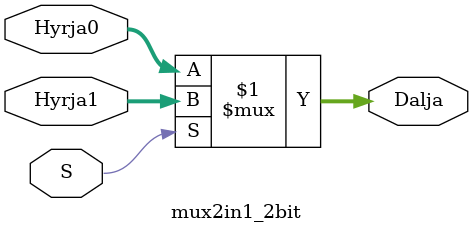
<source format=v>
`timescale 1ns / 1ps


module mux2in1_2bit(
    input [1:0]Hyrja0,
    input[1:0] Hyrja1,
    input S,
    output [1:0]Dalja
    );
     assign Dalja = S ? Hyrja1 : Hyrja0;
endmodule

</source>
